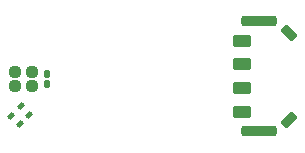
<source format=gbp>
G04*
G04 #@! TF.GenerationSoftware,Altium Limited,Altium Designer,21.8.1 (53)*
G04*
G04 Layer_Color=128*
%FSLAX25Y25*%
%MOIN*%
G70*
G04*
G04 #@! TF.SameCoordinates,52DF40B4-5B3D-4FDE-99BA-5B2270FEE62E*
G04*
G04*
G04 #@! TF.FilePolarity,Positive*
G04*
G01*
G75*
G04:AMPARAMS|DCode=28|XSize=21.65mil|YSize=23.62mil|CornerRadius=5.41mil|HoleSize=0mil|Usage=FLASHONLY|Rotation=0.000|XOffset=0mil|YOffset=0mil|HoleType=Round|Shape=RoundedRectangle|*
%AMROUNDEDRECTD28*
21,1,0.02165,0.01280,0,0,0.0*
21,1,0.01083,0.02362,0,0,0.0*
1,1,0.01083,0.00541,-0.00640*
1,1,0.01083,-0.00541,-0.00640*
1,1,0.01083,-0.00541,0.00640*
1,1,0.01083,0.00541,0.00640*
%
%ADD28ROUNDEDRECTD28*%
G04:AMPARAMS|DCode=40|XSize=25.2mil|YSize=17.72mil|CornerRadius=4.43mil|HoleSize=0mil|Usage=FLASHONLY|Rotation=225.000|XOffset=0mil|YOffset=0mil|HoleType=Round|Shape=RoundedRectangle|*
%AMROUNDEDRECTD40*
21,1,0.02520,0.00886,0,0,225.0*
21,1,0.01634,0.01772,0,0,225.0*
1,1,0.00886,-0.00891,-0.00265*
1,1,0.00886,0.00265,0.00891*
1,1,0.00886,0.00891,0.00265*
1,1,0.00886,-0.00265,-0.00891*
%
%ADD40ROUNDEDRECTD40*%
G04:AMPARAMS|DCode=107|XSize=55.12mil|YSize=31.5mil|CornerRadius=7.87mil|HoleSize=0mil|Usage=FLASHONLY|Rotation=135.000|XOffset=0mil|YOffset=0mil|HoleType=Round|Shape=RoundedRectangle|*
%AMROUNDEDRECTD107*
21,1,0.05512,0.01575,0,0,135.0*
21,1,0.03937,0.03150,0,0,135.0*
1,1,0.01575,-0.00835,0.01949*
1,1,0.01575,0.01949,-0.00835*
1,1,0.01575,0.00835,-0.01949*
1,1,0.01575,-0.01949,0.00835*
%
%ADD107ROUNDEDRECTD107*%
G04:AMPARAMS|DCode=108|XSize=55.12mil|YSize=31.5mil|CornerRadius=7.87mil|HoleSize=0mil|Usage=FLASHONLY|Rotation=45.000|XOffset=0mil|YOffset=0mil|HoleType=Round|Shape=RoundedRectangle|*
%AMROUNDEDRECTD108*
21,1,0.05512,0.01575,0,0,45.0*
21,1,0.03937,0.03150,0,0,45.0*
1,1,0.01575,0.01949,0.00835*
1,1,0.01575,-0.00835,-0.01949*
1,1,0.01575,-0.01949,-0.00835*
1,1,0.01575,0.00835,0.01949*
%
%ADD108ROUNDEDRECTD108*%
G04:AMPARAMS|DCode=109|XSize=39.37mil|YSize=62.99mil|CornerRadius=9.84mil|HoleSize=0mil|Usage=FLASHONLY|Rotation=90.000|XOffset=0mil|YOffset=0mil|HoleType=Round|Shape=RoundedRectangle|*
%AMROUNDEDRECTD109*
21,1,0.03937,0.04331,0,0,90.0*
21,1,0.01968,0.06299,0,0,90.0*
1,1,0.01968,0.02165,0.00984*
1,1,0.01968,0.02165,-0.00984*
1,1,0.01968,-0.02165,-0.00984*
1,1,0.01968,-0.02165,0.00984*
%
%ADD109ROUNDEDRECTD109*%
G04:AMPARAMS|DCode=110|XSize=118.11mil|YSize=33.47mil|CornerRadius=8.37mil|HoleSize=0mil|Usage=FLASHONLY|Rotation=0.000|XOffset=0mil|YOffset=0mil|HoleType=Round|Shape=RoundedRectangle|*
%AMROUNDEDRECTD110*
21,1,0.11811,0.01673,0,0,0.0*
21,1,0.10138,0.03347,0,0,0.0*
1,1,0.01673,0.05069,-0.00837*
1,1,0.01673,-0.05069,-0.00837*
1,1,0.01673,-0.05069,0.00837*
1,1,0.01673,0.05069,0.00837*
%
%ADD110ROUNDEDRECTD110*%
G04:AMPARAMS|DCode=112|XSize=37.4mil|YSize=37.4mil|CornerRadius=9.35mil|HoleSize=0mil|Usage=FLASHONLY|Rotation=0.000|XOffset=0mil|YOffset=0mil|HoleType=Round|Shape=RoundedRectangle|*
%AMROUNDEDRECTD112*
21,1,0.03740,0.01870,0,0,0.0*
21,1,0.01870,0.03740,0,0,0.0*
1,1,0.01870,0.00935,-0.00935*
1,1,0.01870,-0.00935,-0.00935*
1,1,0.01870,-0.00935,0.00935*
1,1,0.01870,0.00935,0.00935*
%
%ADD112ROUNDEDRECTD112*%
D28*
X62106Y-30118D02*
D03*
Y-26772D02*
D03*
D40*
X50226Y-40678D02*
D03*
X53121Y-43574D02*
D03*
X56270Y-40523D02*
D03*
X53375Y-37627D02*
D03*
D107*
X142933Y-13110D02*
D03*
D108*
X142933Y-42047D02*
D03*
D109*
X127067Y-39370D02*
D03*
Y-31496D02*
D03*
Y-15748D02*
D03*
Y-23622D02*
D03*
D110*
X132776Y-45965D02*
D03*
Y-9154D02*
D03*
D112*
X51476Y-25984D02*
D03*
Y-30906D02*
D03*
X57185D02*
D03*
Y-25984D02*
D03*
M02*

</source>
